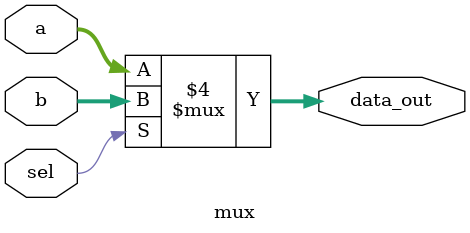
<source format=v>
module mux
(
	input [63:0] a,
	input [63:0] b,
	input sel,
	output reg [63:0] data_out
);

	always @ (sel or a or b)
		begin
			if (sel == 0)
				data_out = a;
			else
				data_out = b;
		end
		
endmodule 
</source>
